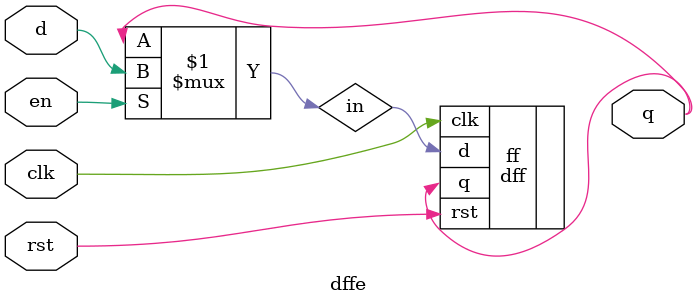
<source format=v>
module dffe (q, d, en, clk, rst);
    input d, en, clk, rst;
    output q;

    wire in = (en) ? d : q;

    dff ff(.q(q), .d(in), .clk(clk), .rst(rst));
endmodule
</source>
